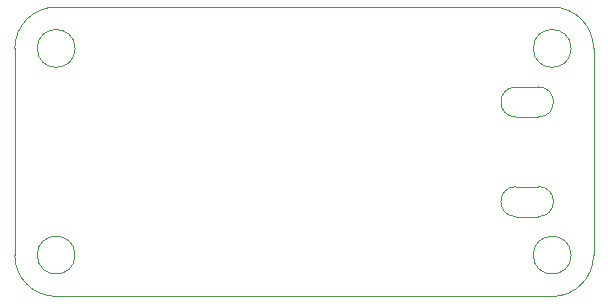
<source format=gbr>
%TF.GenerationSoftware,KiCad,Pcbnew,(5.1.7)-1*%
%TF.CreationDate,2020-11-23T23:27:49-06:00*%
%TF.ProjectId,3DP_HotEnd_Breakout,3344505f-486f-4744-956e-645f42726561,rev?*%
%TF.SameCoordinates,Original*%
%TF.FileFunction,Profile,NP*%
%FSLAX46Y46*%
G04 Gerber Fmt 4.6, Leading zero omitted, Abs format (unit mm)*
G04 Created by KiCad (PCBNEW (5.1.7)-1) date 2020-11-23 23:27:49*
%MOMM*%
%LPD*%
G01*
G04 APERTURE LIST*
%TA.AperFunction,Profile*%
%ADD10C,0.050000*%
%TD*%
G04 APERTURE END LIST*
D10*
X22600000Y8750000D02*
G75*
G03*
X22600000Y8750000I-1600000J0D01*
G01*
X22600000Y-8750000D02*
G75*
G03*
X22600000Y-8750000I-1600000J0D01*
G01*
X-19400000Y-8750000D02*
G75*
G03*
X-19400000Y-8750000I-1600000J0D01*
G01*
X-19400000Y8750000D02*
G75*
G03*
X-19400000Y8750000I-1600000J0D01*
G01*
X24500000Y-8750000D02*
G75*
G02*
X21000000Y-12250000I-3500000J0D01*
G01*
X21000000Y12250000D02*
G75*
G02*
X24500000Y8750000I0J-3500000D01*
G01*
X-21000000Y-12250000D02*
G75*
G02*
X-24500000Y-8750000I0J3500000D01*
G01*
X-24500000Y8750000D02*
G75*
G02*
X-21000000Y12250000I3500000J0D01*
G01*
X19835000Y-2945000D02*
G75*
G02*
X19835000Y-5485000I0J-1270000D01*
G01*
X17930000Y-5485000D02*
X19835000Y-5485000D01*
X17930000Y-2945000D02*
X19835000Y-2945000D01*
X17930000Y-5485000D02*
G75*
G02*
X17930000Y-2945000I0J1270000D01*
G01*
X17930000Y2945000D02*
X19835000Y2945000D01*
X17930000Y5485000D02*
X19835000Y5485000D01*
X19835000Y5485000D02*
G75*
G02*
X19835000Y2945000I0J-1270000D01*
G01*
X17930000Y2945000D02*
G75*
G02*
X17930000Y5485000I0J1270000D01*
G01*
X-21000000Y12250000D02*
X21000000Y12250000D01*
X-24500000Y-8750000D02*
X-24500000Y8750000D01*
X21000000Y-12250000D02*
X-21000000Y-12250000D01*
X24500000Y8750000D02*
X24500000Y-8750000D01*
M02*

</source>
